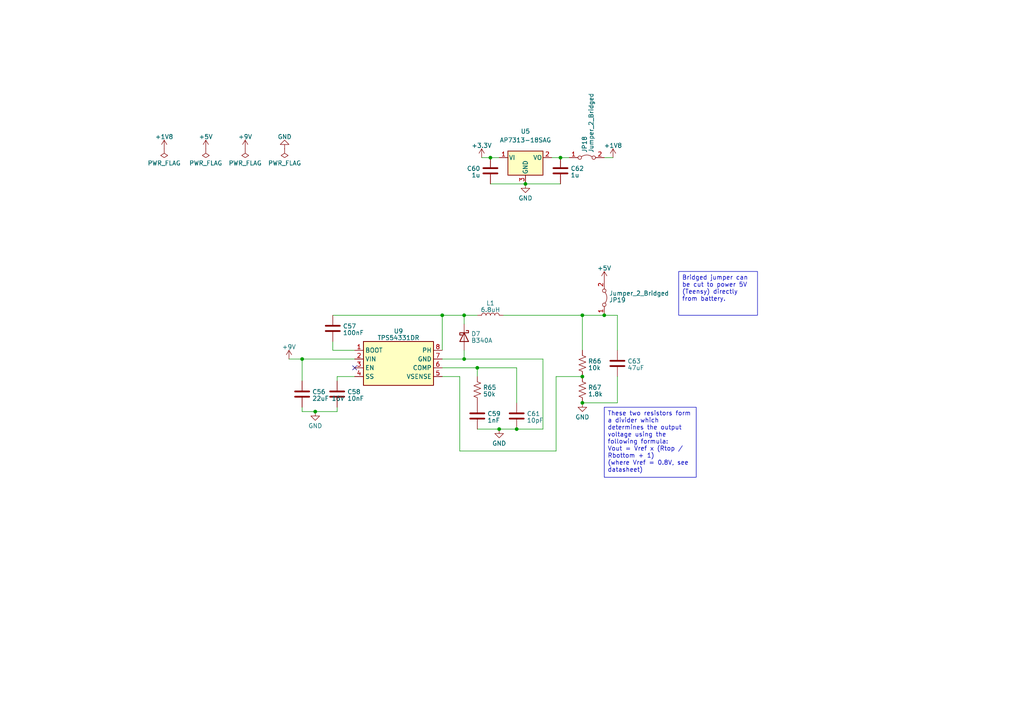
<source format=kicad_sch>
(kicad_sch (version 20230121) (generator eeschema)
  (paper "A4")
  (lib_symbols
    (symbol "Device:C" (pin_numbers hide) (pin_names (offset 0.254))
      (property "Reference" "C" (at 0.635 2.54 0))
      (property "Value" "C" (at 0.635 -2.54 0))
      (symbol "C_0_1"
        (polyline (pts (xy -2.032 -0.762) (xy 2.032 -0.762)) (stroke (width 0.508)))
        (polyline (pts (xy -2.032 0.762) (xy 2.032 0.762)) (stroke (width 0.508)))
      )
      (symbol "C_1_1"
        (pin passive line (at 0 3.81 270) (length 2.794) (name "~") (number "1"))
        (pin passive line (at 0 -3.81 90) (length 2.794) (name "~") (number "2"))
      )
    )
    (symbol "Device:L" (pin_numbers hide) (pin_names (offset 1.016) hide)
      (property "Reference" "L" (at -1.27 0 90))
      (property "Value" "L" (at 1.905 0 90))
      (symbol "L_0_1"
        (arc (start 0 -2.54) (mid 0.6323 -1.905) (end 0 -1.27))
        (arc (start 0 -1.27) (mid 0.6323 -0.635) (end 0 0))
        (arc (start 0 0) (mid 0.6323 0.635) (end 0 1.27))
        (arc (start 0 1.27) (mid 0.6323 1.905) (end 0 2.54))
      )
      (symbol "L_1_1"
        (pin passive line (at 0 3.81 270) (length 1.27) (name "1") (number "1"))
        (pin passive line (at 0 -3.81 90) (length 1.27) (name "2") (number "2"))
      )
    )
    (symbol "Device:R_US" (pin_numbers hide) (pin_names (offset 0))
      (property "Reference" "R" (at 2.54 0 90))
      (property "Value" "R_US" (at -2.54 0 90))
      (symbol "R_US_0_1"
        (polyline (pts (xy 0 -2.286) (xy 0 -2.54)))
        (polyline (pts (xy 0 2.286) (xy 0 2.54)))
        (polyline (pts (xy 0 -0.762) (xy 1.016 -1.143) (xy 0 -1.524) (xy -1.016 -1.905) (xy 0 -2.286)))
        (polyline (pts (xy 0 0.762) (xy 1.016 0.381) (xy 0 0) (xy -1.016 -0.381) (xy 0 -0.762)))
        (polyline (pts (xy 0 2.286) (xy 1.016 1.905) (xy 0 1.524) (xy -1.016 1.143) (xy 0 0.762)))
      )
      (symbol "R_US_1_1"
        (pin passive line (at 0 3.81 270) (length 1.27) (name "~") (number "1"))
        (pin passive line (at 0 -3.81 90) (length 1.27) (name "~") (number "2"))
      )
    )
    (symbol "Diode:B340" (pin_numbers hide) (pin_names (offset 1.016) hide)
      (property "Reference" "D" (at 0 2.54 0))
      (property "Value" "B340" (at 0 -2.54 0))
      (symbol "B340_0_1"
        (polyline (pts (xy 1.27 0) (xy -1.27 0)))
        (polyline (pts (xy 1.27 1.27) (xy 1.27 -1.27) (xy -1.27 0) (xy 1.27 1.27)) (stroke (width 0.254)))
        (polyline (pts (xy -1.905 0.635) (xy -1.905 1.27) (xy -1.27 1.27) (xy -1.27 -1.27) (xy -0.635 -1.27) (xy -0.635 -0.635)) (stroke (width 0.254)))
      )
      (symbol "B340_1_1"
        (pin passive line (at -3.81 0 0) (length 2.54) (name "K") (number "1"))
        (pin passive line (at 3.81 0 180) (length 2.54) (name "A") (number "2"))
      )
    )
    (symbol "Jumper:Jumper_2_Bridged" (pin_names (offset 0) hide)
      (property "Reference" "JP" (at 0 1.905 0))
      (property "Value" "Jumper_2_Bridged" (at 0 -2.54 0))
      (symbol "Jumper_2_Bridged_0_0"
        (circle (center -2.032 0) (radius 0.508))
        (circle (center 2.032 0) (radius 0.508))
      )
      (symbol "Jumper_2_Bridged_0_1"
        (arc (start 1.524 0.254) (mid 0 0.762) (end -1.524 0.254))
      )
      (symbol "Jumper_2_Bridged_1_1"
        (pin passive line (at -5.08 0 0) (length 2.54) (name "A") (number "1"))
        (pin passive line (at 5.08 0 180) (length 2.54) (name "B") (number "2"))
      )
    )
    (symbol "Regulator_Linear:SPX2920M3-3.3_SOT223" (pin_names (offset 0.254))
      (property "Reference" "U4" (at 0 7.62 0))
      (property "Value" "AP7333-33SRG" (at 0 5.08 0))
      (symbol "SPX2920M3-3.3_SOT223_0_1"
        (rectangle (start -5.08 -5.08) (end 5.08 1.905) (stroke (width 0.254)) (fill (type background)))
      )
      (symbol "SPX2920M3-3.3_SOT223_1_1"
        (pin power_in line (at -7.62 0 0) (length 2.54) (name "VI") (number "1"))
        (pin power_out line (at 7.62 0 180) (length 2.54) (name "VO") (number "2"))
        (pin power_in line (at 0 -7.62 90) (length 2.54) (name "GND") (number "3"))
      )
    )
    (symbol "bjarkarbody:TPS54331DR"
      (property "Reference" "U" (at -10.16 8.89 0))
      (property "Value" "TPS54331DR" (at -1.27 8.89 0))
      (symbol "TPS54331DR_0_1"
        (rectangle (start -10.16 7.62) (end 10.16 -5.08) (stroke (width 0.254)) (fill (type background)))
      )
      (symbol "TPS54331DR_1_1"
        (pin input line (at -12.7 5.08 0) (length 2.54) (name "BOOT") (number "1"))
        (pin power_in line (at -12.7 2.54 0) (length 2.54) (name "VIN") (number "2"))
        (pin input line (at -12.7 0 0) (length 2.54) (name "EN") (number "3"))
        (pin input line (at -12.7 -2.54 0) (length 2.54) (name "SS") (number "4"))
        (pin input line (at 12.7 -2.54 180) (length 2.54) (name "VSENSE") (number "5"))
        (pin input line (at 12.7 0 180) (length 2.54) (name "COMP") (number "6"))
        (pin power_in line (at 12.7 2.54 180) (length 2.54) (name "GND") (number "7"))
        (pin output line (at 12.7 5.08 180) (length 2.54) (name "PH") (number "8"))
      )
    )
    (symbol "power:+1V8" (power) (pin_names (offset 0))
      (property "Value" "+1V8" (at 0 3.556 0))
      (symbol "+1V8_0_1"
        (polyline (pts (xy -0.762 1.27) (xy 0 2.54)))
        (polyline (pts (xy 0 0) (xy 0 2.54)))
        (polyline (pts (xy 0 2.54) (xy 0.762 1.27)))
      )
      (symbol "+1V8_1_1"
        (pin power_in line (at 0 0 90) (length 0) hide (name "+1V8") (number "1"))
      )
    )
    (symbol "power:+3.3V" (power) (pin_names (offset 0))
      (property "Value" "+3.3V" (at 0 3.556 0))
      (symbol "+3.3V_0_1"
        (polyline (pts (xy -0.762 1.27) (xy 0 2.54)))
        (polyline (pts (xy 0 0) (xy 0 2.54)))
        (polyline (pts (xy 0 2.54) (xy 0.762 1.27)))
      )
      (symbol "+3.3V_1_1"
        (pin power_in line (at 0 0 90) (length 0) hide (name "+3.3V") (number "1"))
      )
    )
    (symbol "power:+5V" (power) (pin_names (offset 0))
      (property "Value" "+5V" (at 0 3.556 0))
      (symbol "+5V_0_1"
        (polyline (pts (xy -0.762 1.27) (xy 0 2.54)))
        (polyline (pts (xy 0 0) (xy 0 2.54)))
        (polyline (pts (xy 0 2.54) (xy 0.762 1.27)))
      )
      (symbol "+5V_1_1"
        (pin power_in line (at 0 0 90) (length 0) hide (name "+5V") (number "1"))
      )
    )
    (symbol "power:+9V" (power) (pin_names (offset 0))
      (property "Value" "+9V" (at 0 3.556 0))
      (symbol "+9V_0_1"
        (polyline (pts (xy -0.762 1.27) (xy 0 2.54)))
        (polyline (pts (xy 0 0) (xy 0 2.54)))
        (polyline (pts (xy 0 2.54) (xy 0.762 1.27)))
      )
      (symbol "+9V_1_1"
        (pin power_in line (at 0 0 90) (length 0) hide (name "+9V") (number "1"))
      )
    )
    (symbol "power:GND" (power) (pin_names (offset 0))
      (property "Value" "GND" (at 0 -3.81 0))
      (symbol "GND_0_1"
        (polyline (pts (xy 0 0) (xy 0 -1.27) (xy 1.27 -1.27) (xy 0 -2.54) (xy -1.27 -1.27) (xy 0 -1.27)))
      )
      (symbol "GND_1_1"
        (pin power_in line (at 0 0 270) (length 0) hide (name "GND") (number "1"))
      )
    )
    (symbol "power:PWR_FLAG" (power) (pin_numbers hide) (pin_names (offset 0) hide)
      (property "Value" "PWR_FLAG" (at 0 3.81 0))
      (symbol "PWR_FLAG_0_0"
        (pin power_out line (at 0 0 90) (length 0) (name "pwr") (number "1"))
      )
      (symbol "PWR_FLAG_0_1"
        (polyline (pts (xy 0 0) (xy 0 1.27) (xy -1.016 1.905) (xy 0 2.54) (xy 1.016 1.905) (xy 0 1.27)))
      )
    )
  )
  (junction (at 162.56 45.72))
  (junction (at 134.62 91.44))
  (junction (at 152.4 53.34))
  (junction (at 175.26 91.44))
  (junction (at 168.91 116.84))
  (junction (at 87.63 104.14))
  (junction (at 138.43 106.68))
  (junction (at 134.62 104.14))
  (junction (at 168.91 109.22))
  (junction (at 168.91 91.44))
  (junction (at 142.24 45.72))
  (junction (at 149.86 124.46))
  (junction (at 91.44 119.38))
  (junction (at 128.27 91.44))
  (junction (at 144.78 124.46))
  (no_connect (at 102.87 106.68))
  (wire (pts (xy 128.27 104.14) (xy 134.62 104.14)))
  (wire (pts (xy 128.27 91.44) (xy 96.52 91.44)))
  (wire (pts (xy 134.62 104.14) (xy 134.62 101.6)))
  (wire (pts (xy 134.62 91.44) (xy 134.62 93.98)))
  (wire (pts (xy 87.63 104.14) (xy 102.87 104.14)))
  (wire (pts (xy 144.78 124.46) (xy 149.86 124.46)))
  (wire (pts (xy 175.26 91.44) (xy 179.07 91.44)))
  (wire (pts (xy 133.35 130.81) (xy 161.29 130.81)))
  (wire (pts (xy 146.05 91.44) (xy 168.91 91.44)))
  (wire (pts (xy 142.24 53.34) (xy 152.4 53.34)))
  (wire (pts (xy 179.07 116.84) (xy 179.07 109.22)))
  (wire (pts (xy 97.79 110.49) (xy 97.79 109.22)))
  (wire (pts (xy 133.35 109.22) (xy 133.35 130.81)))
  (wire (pts (xy 83.82 104.14) (xy 87.63 104.14)))
  (wire (pts (xy 138.43 106.68) (xy 138.43 109.22)))
  (wire (pts (xy 134.62 91.44) (xy 138.43 91.44)))
  (wire (pts (xy 87.63 110.49) (xy 87.63 104.14)))
  (wire (pts (xy 128.27 91.44) (xy 134.62 91.44)))
  (wire (pts (xy 139.7 45.72) (xy 142.24 45.72)))
  (wire (pts (xy 157.48 124.46) (xy 157.48 104.14)))
  (wire (pts (xy 142.24 45.72) (xy 144.78 45.72)))
  (wire (pts (xy 149.86 106.68) (xy 149.86 116.84)))
  (wire (pts (xy 134.62 104.14) (xy 157.48 104.14)))
  (wire (pts (xy 97.79 119.38) (xy 97.79 118.11)))
  (wire (pts (xy 128.27 101.6) (xy 128.27 91.44)))
  (wire (pts (xy 149.86 124.46) (xy 157.48 124.46)))
  (wire (pts (xy 138.43 106.68) (xy 149.86 106.68)))
  (wire (pts (xy 87.63 118.11) (xy 87.63 119.38)))
  (wire (pts (xy 87.63 119.38) (xy 91.44 119.38)))
  (wire (pts (xy 160.02 45.72) (xy 162.56 45.72)))
  (wire (pts (xy 128.27 109.22) (xy 133.35 109.22)))
  (wire (pts (xy 175.26 45.72) (xy 177.8 45.72)))
  (wire (pts (xy 128.27 106.68) (xy 138.43 106.68)))
  (wire (pts (xy 96.52 101.6) (xy 96.52 99.06)))
  (wire (pts (xy 161.29 130.81) (xy 161.29 109.22)))
  (wire (pts (xy 91.44 119.38) (xy 97.79 119.38)))
  (wire (pts (xy 102.87 101.6) (xy 96.52 101.6)))
  (wire (pts (xy 97.79 109.22) (xy 102.87 109.22)))
  (wire (pts (xy 168.91 116.84) (xy 179.07 116.84)))
  (wire (pts (xy 138.43 124.46) (xy 144.78 124.46)))
  (wire (pts (xy 168.91 91.44) (xy 168.91 101.6)))
  (wire (pts (xy 168.91 91.44) (xy 175.26 91.44)))
  (wire (pts (xy 152.4 53.34) (xy 162.56 53.34)))
  (wire (pts (xy 161.29 109.22) (xy 168.91 109.22)))
  (wire (pts (xy 162.56 45.72) (xy 165.1 45.72)))
  (wire (pts (xy 179.07 91.44) (xy 179.07 101.6)))
  (text_box "Bridged jumper can be cut to power 5V (Teensy) directly from battery." (at 196.85 78.74 0) (size 22.86 12.7) (effects (font (size 1.27 1.27)) (justify left top)))
  (text_box "These two resistors form a divider which determines the output voltage using the following formula:\nVout = Vref x (Rtop / Rbottom + 1)\n(where Vref = 0.8V, see datasheet)" (at 175.26 118.11 0) (size 26.67 20.32) (effects (font (size 1.27 1.27)) (justify left top)))
  (symbol (lib_id "Device:C") (at 87.63 114.3 0) (unit 1)
    (property "Reference" "C56" (at 90.551 113.6563 0) (effects (justify left)))
    (property "Value" "22uF 16V" (at 90.551 115.5773 0) (effects (justify left)))
    (property "Footprint" "Capacitor_SMD:C_0805_2012Metric" (effects hide))
    (instances (project "body2" (path "" (reference "C56") (unit 1))) (project "stomp_00" (path "" (reference "C1") (unit 1))))
  )
  (symbol (lib_id "power:+1V8") (at 47.625 43.18 0) (unit 1)
    (property "Reference" "#PWR071" (effects hide))
    (property "Value" "+1V8" (at 47.625 39.6781 0))
    (instances (project "body2" (path "" (reference "#PWR071") (unit 1)) (path "" (reference "#PWR078") (unit 1)) (path "" (reference "#PWR064") (unit 1)) (path "" (reference "#PWR081") (unit 1))) (project "stomp_00" (path "" (reference "#PWR03") (unit 1)) (path "" (reference "#PWR029") (unit 1))))
  )
  (symbol (lib_id "Device:C") (at 162.56 49.53 0) (unit 1)
    (property "Reference" "C62" (at 165.481 48.8863 0) (effects (justify left)))
    (property "Value" "1u" (at 165.481 50.8073 0) (effects (justify left)))
    (property "Footprint" "Capacitor_SMD:C_0603_1608Metric" (effects hide))
    (instances (project "body2" (path "" (reference "C62") (unit 1))) (project "stomp_00" (path "" (reference "C17") (unit 1))))
  )
  (symbol (lib_id "power:GND") (at 144.78 124.46 0) (unit 1)
    (property "Reference" "#PWR088" (effects hide))
    (property "Value" "GND" (at 144.78 128.5955 0))
    (instances (project "body2" (path "" (reference "#PWR088") (unit 1))) (project "dk2_02_bottom" (path "" (reference "#PWR045") (unit 1))) (project "stomp_00" (path "" (reference "#PWR05") (unit 1)) (path "" (reference "#PWR014") (unit 1)) (path "" (reference "#PWR012") (unit 1))))
  )
  (symbol (lib_id "power:GND") (at 168.91 116.84 0) (unit 1)
    (property "Reference" "#PWR090" (effects hide))
    (property "Value" "GND" (at 168.91 120.9755 0))
    (instances (project "body2" (path "" (reference "#PWR090") (unit 1))) (project "dk2_02_bottom" (path "" (reference "#PWR045") (unit 1))) (project "stomp_00" (path "" (reference "#PWR05") (unit 1)) (path "" (reference "#PWR015") (unit 1)) (path "" (reference "#PWR012") (unit 1))))
  )
  (symbol (lib_id "Jumper:Jumper_2_Bridged") (at 170.18 45.72 0) (unit 1)
    (property "Reference" "JP18" (at 169.5363 44.323 90) (effects (justify left)))
    (property "Value" "Jumper_2_Bridged" (at 171.4573 44.323 90) (effects (justify left)))
    (property "Footprint" "Jumper:SolderJumper-2_P1.3mm_Bridged_Pad1.0x1.5mm" (effects hide))
  )
  (symbol (lib_id "power:PWR_FLAG") (at 71.12 43.18 180) (unit 1)
    (property "Reference" "#FLG06" (effects hide))
    (property "Value" "PWR_FLAG" (at 71.12 47.3155 0))
  )
  (symbol (lib_id "power:+1V8") (at 177.8 45.72 0) (unit 1)
    (property "Reference" "#PWR092" (effects hide))
    (property "Value" "+1V8" (at 177.8 42.2181 0))
    (instances (project "body2" (path "" (reference "#PWR092") (unit 1))) (project "stomp_00" (path "" (reference "#PWR03") (unit 1)) (path "" (reference "#PWR029") (unit 1))))
  )
  (symbol (lib_id "Diode:B340") (at 134.62 97.79 270) (unit 1)
    (property "Reference" "D7" (at 136.652 96.8288 90) (effects (justify left)))
    (property "Value" "B340A" (at 136.652 98.7498 90) (effects (justify left)))
    (property "Footprint" "Diode_SMD:D_SMA" (effects hide))
    (property "Datasheet" "http://www.jameco.com/Jameco/Products/ProdDS/1538777.pdf" (effects hide))
    (instances (project "body2" (path "" (reference "D7") (unit 1))) (project "stomp_00" (path "" (reference "D2") (unit 1))))
  )
  (symbol (lib_id "bjarkarbody:TPS54331DR") (at 115.57 106.68 0) (unit 1)
    (property "Reference" "U9" (at 115.57 96.0501 0))
    (property "Value" "TPS54331DR" (at 115.57 97.9711 0))
    (property "Footprint" "Package_SO:SOIC-8_3.9x4.9mm_P1.27mm" (effects hide))
    (property "Datasheet" "http://www.ti.com/lit/ds/symlink/tps54331.pdf" (effects hide))
    (instances (project "body2" (path "" (reference "U9") (unit 1))) (project "stomp_00" (path "" (reference "U2") (unit 1))))
  )
  (symbol (lib_id "power:GND") (at 152.4 53.34 0) (unit 1)
    (property "Reference" "#PWR089" (effects hide))
    (property "Value" "GND" (at 152.4 57.4755 0))
    (instances (project "body2" (path "" (reference "#PWR089") (unit 1))) (project "dk2_02_bottom" (path "" (reference "#PWR045") (unit 1))) (project "stomp_00" (path "" (reference "#PWR05") (unit 1)) (path "" (reference "#PWR014") (unit 1)) (path "" (reference "#PWR012") (unit 1))))
  )
  (symbol (lib_id "Device:C") (at 97.79 114.3 0) (unit 1)
    (property "Reference" "C58" (at 100.711 113.6563 0) (effects (justify left)))
    (property "Value" "10nF" (at 100.711 115.5773 0) (effects (justify left)))
    (property "Footprint" "Capacitor_SMD:C_0603_1608Metric" (effects hide))
    (instances (project "body2" (path "" (reference "C58") (unit 1))) (project "stomp_00" (path "" (reference "C3") (unit 1))))
  )
  (symbol (lib_id "Jumper:Jumper_2_Bridged") (at 175.26 86.36 270) (mirror x) (unit 1)
    (property "Reference" "JP19" (at 176.657 87.0037 90) (effects (justify left)))
    (property "Value" "Jumper_2_Bridged" (at 176.657 85.0827 90) (effects (justify left)))
    (property "Footprint" "Jumper:SolderJumper-2_P1.3mm_Bridged_Pad1.0x1.5mm" (effects hide))
  )
  (symbol (lib_id "power:+9V") (at 83.82 104.14 0) (unit 1)
    (property "Reference" "#PWR085" (effects hide))
    (property "Value" "+9V" (at 83.82 100.6381 0))
    (instances (project "body2" (path "" (reference "#PWR085") (unit 1))) (project "stomp_00" (path "" (reference "#PWR04") (unit 1)) (path "" (reference "#PWR012") (unit 1)) (path "" (reference "#PWR09") (unit 1))))
  )
  (symbol (lib_id "power:+5V") (at 175.26 81.28 0) (unit 1)
    (property "Reference" "#PWR091" (effects hide))
    (property "Value" "+5V" (at 175.26 77.7781 0))
    (instances (project "body2" (path "" (reference "#PWR091") (unit 1))) (project "dk2_02_bottom" (path "" (reference "#PWR049") (unit 1))) (project "stomp_00" (path "" (reference "#PWR06") (unit 1)) (path "" (reference "#PWR016") (unit 1)) (path "" (reference "#PWR013") (unit 1))))
  )
  (symbol (lib_id "power:PWR_FLAG") (at 47.625 43.18 180) (unit 1)
    (property "Reference" "#FLG04" (effects hide))
    (property "Value" "PWR_FLAG" (at 47.625 47.3155 0))
  )
  (symbol (lib_id "power:PWR_FLAG") (at 59.69 43.18 180) (unit 1)
    (property "Reference" "#FLG05" (effects hide))
    (property "Value" "PWR_FLAG" (at 59.69 47.3155 0))
  )
  (symbol (lib_id "power:PWR_FLAG") (at 82.55 43.18 180) (unit 1)
    (property "Reference" "#FLG07" (effects hide))
    (property "Value" "PWR_FLAG" (at 82.55 47.3155 0))
  )
  (symbol (lib_id "power:GND") (at 91.44 119.38 0) (unit 1)
    (property "Reference" "#PWR086" (effects hide))
    (property "Value" "GND" (at 91.44 123.5155 0))
    (instances (project "body2" (path "" (reference "#PWR086") (unit 1))) (project "dk2_02_bottom" (path "" (reference "#PWR045") (unit 1))) (project "stomp_00" (path "" (reference "#PWR05") (unit 1)) (path "" (reference "#PWR013") (unit 1)) (path "" (reference "#PWR012") (unit 1))))
  )
  (symbol (lib_id "Device:C") (at 149.86 120.65 0) (unit 1)
    (property "Reference" "C61" (at 152.781 120.0063 0) (effects (justify left)))
    (property "Value" "10pF" (at 152.781 121.9273 0) (effects (justify left)))
    (property "Footprint" "Capacitor_SMD:C_0603_1608Metric" (effects hide))
    (instances (project "body2" (path "" (reference "C61") (unit 1))) (project "stomp_00" (path "" (reference "C5") (unit 1))))
  )
  (symbol (lib_id "Device:C") (at 142.24 49.53 0) (mirror y) (unit 1)
    (property "Reference" "C60" (at 139.319 48.8863 0) (effects (justify left)))
    (property "Value" "1u" (at 139.319 50.8073 0) (effects (justify left)))
    (property "Footprint" "Capacitor_SMD:C_0603_1608Metric" (effects hide))
    (instances (project "body2" (path "" (reference "C60") (unit 1))) (project "stomp_00" (path "" (reference "C17") (unit 1))))
  )
  (symbol (lib_id "power:GND") (at 82.55 43.18 180) (unit 1)
    (property "Reference" "#PWR084" (effects hide))
    (property "Value" "GND" (at 82.55 39.6781 0))
    (instances (project "body2" (path "" (reference "#PWR084") (unit 1))) (project "dk2_02_bottom" (path "" (reference "#PWR045") (unit 1))) (project "stomp_00" (path "" (reference "#PWR05") (unit 1)) (path "" (reference "#PWR014") (unit 1)) (path "" (reference "#PWR012") (unit 1))))
  )
  (symbol (lib_id "Device:R_US") (at 138.43 113.03 0) (unit 1)
    (property "Reference" "R65" (at 140.081 112.3863 0) (effects (justify left)))
    (property "Value" "50k" (at 140.081 114.3073 0) (effects (justify left)))
    (property "Footprint" "Resistor_SMD:R_0603_1608Metric" (effects hide))
    (instances (project "body2" (path "" (reference "R65") (unit 1))) (project "stomp_00" (path "" (reference "R1") (unit 1))))
  )
  (symbol (lib_id "power:+3.3V") (at 139.7 45.72 0) (unit 1)
    (property "Reference" "#PWR087" (effects hide))
    (property "Value" "+3.3V" (at 139.7 42.2181 0))
    (instances (project "body2" (path "" (reference "#PWR087") (unit 1))) (project "stomp_00" (path "" (reference "#PWR01") (unit 1)) (path "" (reference "#PWR025") (unit 1))))
  )
  (symbol (lib_id "Device:C") (at 96.52 95.25 0) (unit 1)
    (property "Reference" "C57" (at 99.441 94.6063 0) (effects (justify left)))
    (property "Value" "100nF" (at 99.441 96.5273 0) (effects (justify left)))
    (property "Footprint" "Capacitor_SMD:C_0603_1608Metric" (effects hide))
    (instances (project "body2" (path "" (reference "C57") (unit 1))) (project "stomp_00" (path "" (reference "C2") (unit 1))))
  )
  (symbol (lib_id "Device:R_US") (at 168.91 105.41 0) (unit 1)
    (property "Reference" "R66" (at 170.561 104.7663 0) (effects (justify left)))
    (property "Value" "10k" (at 170.561 106.6873 0) (effects (justify left)))
    (property "Footprint" "Resistor_SMD:R_0603_1608Metric" (effects hide))
    (instances (project "body2" (path "" (reference "R66") (unit 1))) (project "stomp_00" (path "" (reference "R2") (unit 1))))
  )
  (symbol (lib_id "Device:C") (at 138.43 120.65 0) (unit 1)
    (property "Reference" "C59" (at 141.351 120.0063 0) (effects (justify left)))
    (property "Value" "1nF" (at 141.351 121.9273 0) (effects (justify left)))
    (property "Footprint" "Capacitor_SMD:C_0603_1608Metric" (effects hide))
    (instances (project "body2" (path "" (reference "C59") (unit 1))) (project "stomp_00" (path "" (reference "C4") (unit 1))))
  )
  (symbol (lib_id "power:+9V") (at 71.12 43.18 0) (unit 1)
    (property "Reference" "#PWR083" (effects hide))
    (property "Value" "+9V" (at 71.12 39.6781 0))
    (instances (project "body2" (path "" (reference "#PWR083") (unit 1))) (project "stomp_00" (path "" (reference "#PWR023") (unit 1))))
  )
  (symbol (lib_id "Device:C") (at 179.07 105.41 0) (unit 1)
    (property "Reference" "C63" (at 181.991 104.7663 0) (effects (justify left)))
    (property "Value" "47uF" (at 181.991 106.6873 0) (effects (justify left)))
    (property "Footprint" "Capacitor_SMD:C_1210_3225Metric" (effects hide))
    (instances (project "body2" (path "" (reference "C63") (unit 1))) (project "stomp_00" (path "" (reference "C6") (unit 1))))
  )
  (symbol (lib_id "Device:L") (at 142.24 91.44 90) (unit 1)
    (property "Reference" "L1" (at 142.24 87.9247 90))
    (property "Value" "6.8uH" (at 142.24 89.8457 90))
    (property "Footprint" "Inductor_SMD:L_Changjiang_FNR4020S" (effects hide))
  )
  (symbol (lib_id "Device:R_US") (at 168.91 113.03 0) (unit 1)
    (property "Reference" "R67" (at 170.561 112.3863 0) (effects (justify left)))
    (property "Value" "1.8k" (at 170.561 114.3073 0) (effects (justify left)))
    (property "Footprint" "Resistor_SMD:R_0603_1608Metric" (effects hide))
    (instances (project "body2" (path "" (reference "R67") (unit 1))) (project "stomp_00" (path "" (reference "R3") (unit 1))))
  )
  (symbol (lib_id "Regulator_Linear:SPX2920M3-3.3_SOT223") (at 152.4 45.72 0) (unit 1)
    (property "Reference" "U5" (at 152.4 38.1 0))
    (property "Value" "AP7313-18SAG" (at 152.4 40.64 0))
    (property "Footprint" "Package_TO_SOT_SMD:SOT-23" (effects hide))
    (property "Datasheet" "http://www.zlgmcu.com/Sipex/LDO/PDF/spx2920.pdf" (effects hide))
    (instances (project "body2" (path "" (reference "U5") (unit 1)) (path "" (reference "U10") (unit 1))) (project "dk2_01" (path "" (reference "U11") (unit 1))) (project "stomp_00" (path "" (reference "U5") (unit 1)) (path "" (reference "U5") (unit 1)) (path "" (reference "U4") (unit 1))))
  )
  (symbol (lib_id "power:+5V") (at 59.69 43.18 0) (unit 1)
    (property "Reference" "#PWR082" (effects hide))
    (property "Value" "+5V" (at 59.69 39.6781 0))
    (instances (project "body2" (path "" (reference "#PWR082") (unit 1))) (project "dk2_02_bottom" (path "" (reference "#PWR049") (unit 1))) (project "stomp_00" (path "" (reference "#PWR06") (unit 1)) (path "" (reference "#PWR016") (unit 1)) (path "" (reference "#PWR013") (unit 1))))
  )
)
</source>
